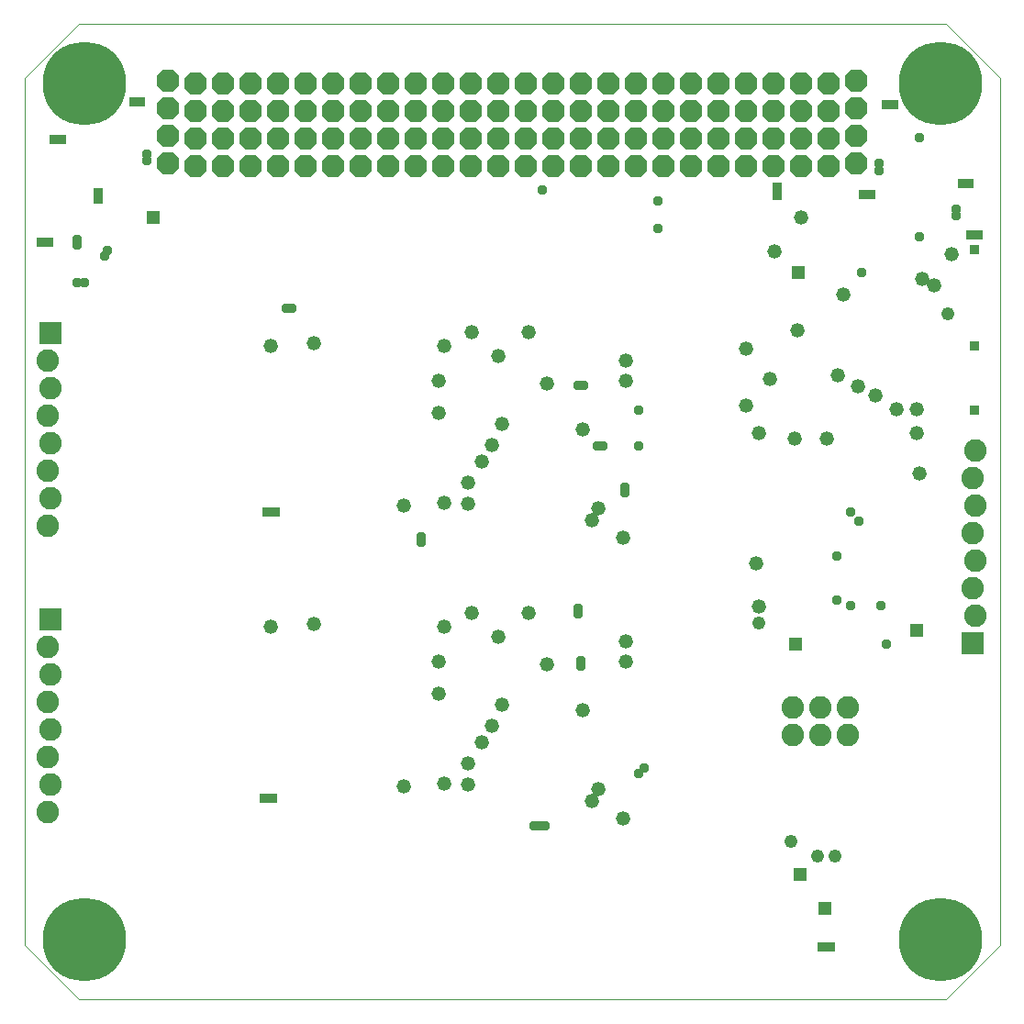
<source format=gbs>
G75*
%MOIN*%
%OFA0B0*%
%FSLAX25Y25*%
%IPPOS*%
%LPD*%
%AMOC8*
5,1,8,0,0,1.08239X$1,22.5*
%
%ADD10C,0.00000*%
%ADD11C,0.30328*%
%ADD12OC8,0.08200*%
%ADD13C,0.05200*%
%ADD14R,0.08200X0.08200*%
%ADD15C,0.08200*%
%ADD16C,0.03778*%
%ADD17R,0.03778X0.03778*%
%ADD18R,0.04762X0.04762*%
%ADD19C,0.04762*%
D10*
X0010258Y0024038D02*
X0010258Y0338998D01*
X0029943Y0358683D01*
X0344904Y0358683D01*
X0364589Y0338998D01*
X0364589Y0024038D01*
X0344904Y0004353D01*
X0029943Y0004353D01*
X0010258Y0024038D01*
D11*
X0031912Y0026006D03*
X0342935Y0026006D03*
X0342935Y0337030D03*
X0031912Y0337030D03*
D12*
X0062424Y0338030D03*
X0062424Y0328030D03*
X0072424Y0327030D03*
X0072424Y0317030D03*
X0072424Y0307030D03*
X0062424Y0308030D03*
X0062424Y0318030D03*
X0082424Y0317030D03*
X0092424Y0317030D03*
X0102424Y0317030D03*
X0102424Y0327030D03*
X0092424Y0327030D03*
X0082424Y0327030D03*
X0082424Y0337030D03*
X0092424Y0337030D03*
X0102424Y0337030D03*
X0112424Y0337030D03*
X0122424Y0337030D03*
X0132424Y0337030D03*
X0142424Y0337030D03*
X0152424Y0337030D03*
X0162424Y0337030D03*
X0172424Y0337030D03*
X0182424Y0337030D03*
X0192424Y0337030D03*
X0202424Y0337030D03*
X0212424Y0337030D03*
X0222424Y0337030D03*
X0232424Y0337030D03*
X0242424Y0337030D03*
X0252424Y0337030D03*
X0262424Y0337030D03*
X0272424Y0337030D03*
X0282424Y0337030D03*
X0292424Y0337030D03*
X0302424Y0337030D03*
X0312424Y0338030D03*
X0312424Y0328030D03*
X0302424Y0327030D03*
X0302424Y0317030D03*
X0302424Y0307030D03*
X0292424Y0307030D03*
X0292424Y0317030D03*
X0292424Y0327030D03*
X0282424Y0327030D03*
X0282424Y0317030D03*
X0282424Y0307030D03*
X0272424Y0307030D03*
X0272424Y0317030D03*
X0272424Y0327030D03*
X0262424Y0327030D03*
X0262424Y0317030D03*
X0262424Y0307030D03*
X0252424Y0307030D03*
X0252424Y0317030D03*
X0252424Y0327030D03*
X0242424Y0327030D03*
X0242424Y0317030D03*
X0242424Y0307030D03*
X0232424Y0307030D03*
X0232424Y0317030D03*
X0232424Y0327030D03*
X0222424Y0327030D03*
X0222424Y0317030D03*
X0222424Y0307030D03*
X0212424Y0307030D03*
X0212424Y0317030D03*
X0212424Y0327030D03*
X0202424Y0327030D03*
X0202424Y0317030D03*
X0202424Y0307030D03*
X0192424Y0307030D03*
X0192424Y0317030D03*
X0192424Y0327030D03*
X0182424Y0327030D03*
X0182424Y0317030D03*
X0182424Y0307030D03*
X0172424Y0307030D03*
X0172424Y0317030D03*
X0172424Y0327030D03*
X0162424Y0327030D03*
X0162424Y0317030D03*
X0162424Y0307030D03*
X0152424Y0307030D03*
X0152424Y0317030D03*
X0152424Y0327030D03*
X0142424Y0327030D03*
X0142424Y0317030D03*
X0142424Y0307030D03*
X0132424Y0307030D03*
X0132424Y0317030D03*
X0132424Y0327030D03*
X0122424Y0327030D03*
X0122424Y0317030D03*
X0122424Y0307030D03*
X0112424Y0307030D03*
X0112424Y0317030D03*
X0112424Y0327030D03*
X0102424Y0307030D03*
X0092424Y0307030D03*
X0082424Y0307030D03*
X0072424Y0337030D03*
X0312424Y0318030D03*
X0312424Y0308030D03*
D13*
X0292435Y0288415D03*
X0282593Y0276112D03*
X0307691Y0260364D03*
X0290959Y0247569D03*
X0272258Y0240679D03*
X0281117Y0229852D03*
X0272258Y0220009D03*
X0277180Y0210167D03*
X0289975Y0208198D03*
X0301786Y0208198D03*
X0319452Y0223686D03*
X0313205Y0227307D03*
X0305723Y0231220D03*
X0326973Y0218671D03*
X0334473Y0218671D03*
X0334266Y0210167D03*
X0335250Y0195403D03*
X0276195Y0162923D03*
X0277180Y0147175D03*
X0228739Y0134522D03*
X0228837Y0127042D03*
X0212991Y0109424D03*
X0200195Y0126156D03*
X0182479Y0135998D03*
X0172636Y0144857D03*
X0162794Y0139935D03*
X0160825Y0127140D03*
X0160825Y0115329D03*
X0179934Y0103910D03*
X0176313Y0097663D03*
X0171298Y0090142D03*
X0171298Y0082642D03*
X0162794Y0082849D03*
X0148030Y0081865D03*
X0183847Y0111392D03*
X0193306Y0144857D03*
X0216435Y0178451D03*
X0218896Y0182880D03*
X0227754Y0172054D03*
X0212991Y0211424D03*
X0200195Y0228156D03*
X0182479Y0237998D03*
X0172636Y0246857D03*
X0162794Y0241935D03*
X0160825Y0229140D03*
X0160825Y0217329D03*
X0179934Y0205910D03*
X0176313Y0199663D03*
X0171298Y0192142D03*
X0171298Y0184642D03*
X0162794Y0184849D03*
X0148030Y0183865D03*
X0183847Y0213392D03*
X0193306Y0246857D03*
X0228739Y0236522D03*
X0228837Y0229042D03*
X0336235Y0266269D03*
X0340664Y0263809D03*
X0347061Y0275128D03*
X0218896Y0080880D03*
X0216435Y0076451D03*
X0227754Y0070054D03*
X0115550Y0140920D03*
X0099802Y0139935D03*
X0099802Y0241935D03*
X0115550Y0242920D03*
D14*
X0019798Y0246392D03*
X0019798Y0142392D03*
X0354861Y0133729D03*
D15*
X0355861Y0143729D03*
X0354861Y0153729D03*
X0355861Y0163729D03*
X0354861Y0173729D03*
X0355861Y0183729D03*
X0354861Y0193729D03*
X0355861Y0203729D03*
X0309298Y0110392D03*
X0309298Y0100392D03*
X0299298Y0100392D03*
X0299298Y0110392D03*
X0289298Y0110392D03*
X0289298Y0100392D03*
X0019798Y0102392D03*
X0018798Y0112392D03*
X0019798Y0122392D03*
X0018798Y0132392D03*
X0018798Y0092392D03*
X0019798Y0082392D03*
X0018798Y0072392D03*
X0018798Y0176392D03*
X0019798Y0186392D03*
X0018798Y0196392D03*
X0019798Y0206392D03*
X0018798Y0216392D03*
X0019798Y0226392D03*
X0018798Y0236392D03*
D16*
X0029548Y0264892D03*
X0032048Y0264892D03*
X0039298Y0274392D03*
X0040298Y0276392D03*
X0029298Y0278392D03*
X0029298Y0280392D03*
X0054798Y0309142D03*
X0054798Y0311642D03*
X0105298Y0255392D03*
X0107298Y0255392D03*
X0154298Y0172392D03*
X0154298Y0170392D03*
X0211298Y0146392D03*
X0211298Y0144392D03*
X0212298Y0127392D03*
X0212298Y0125392D03*
X0235298Y0088392D03*
X0233298Y0086392D03*
X0199298Y0067392D03*
X0197298Y0067392D03*
X0195298Y0067392D03*
X0305298Y0149392D03*
X0310298Y0147392D03*
X0321298Y0147392D03*
X0323298Y0133392D03*
X0305298Y0165392D03*
X0313405Y0178285D03*
X0310298Y0181392D03*
X0233298Y0205392D03*
X0233298Y0218392D03*
X0220298Y0205392D03*
X0218298Y0205392D03*
X0228508Y0190392D03*
X0228508Y0188392D03*
X0213298Y0227392D03*
X0211298Y0227392D03*
X0240298Y0284392D03*
X0240298Y0294392D03*
X0198298Y0298392D03*
X0314298Y0268392D03*
X0335298Y0281392D03*
X0348798Y0289142D03*
X0348798Y0291642D03*
X0335298Y0317392D03*
X0320798Y0308142D03*
X0320798Y0305642D03*
D17*
X0317656Y0296749D03*
X0315156Y0296749D03*
X0283698Y0296492D03*
X0283698Y0299392D03*
X0323406Y0329499D03*
X0325906Y0329499D03*
X0350906Y0300749D03*
X0353406Y0300749D03*
X0354189Y0282286D03*
X0356689Y0282286D03*
X0355298Y0276892D03*
X0355298Y0241892D03*
X0355298Y0218392D03*
X0302998Y0023392D03*
X0300098Y0023392D03*
X0100298Y0077392D03*
X0097298Y0077392D03*
X0098298Y0181392D03*
X0101298Y0181392D03*
X0018906Y0279499D03*
X0016406Y0279499D03*
X0036941Y0295001D03*
X0036941Y0297501D03*
X0023656Y0316749D03*
X0021156Y0316749D03*
X0049906Y0330499D03*
X0052406Y0330499D03*
D18*
X0056898Y0288392D03*
X0290298Y0133392D03*
X0334298Y0138392D03*
X0291898Y0049992D03*
X0301098Y0037592D03*
X0291298Y0268592D03*
D19*
X0345698Y0253392D03*
X0276991Y0141164D03*
X0288698Y0061992D03*
X0298298Y0056392D03*
X0304698Y0056392D03*
M02*

</source>
